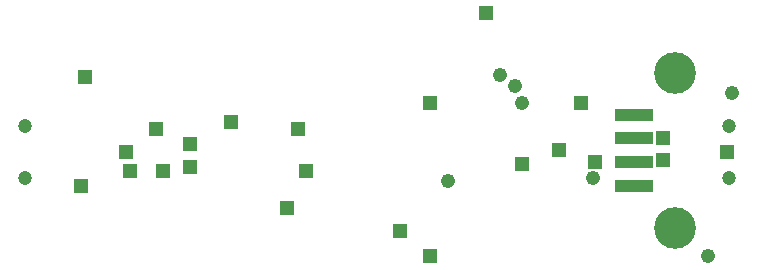
<source format=gbs>
G75*
G70*
%OFA0B0*%
%FSLAX24Y24*%
%IPPOS*%
%LPD*%
%AMOC8*
5,1,8,0,0,1.08239X$1,22.5*
%
%ADD10C,0.0474*%
%ADD11C,0.1390*%
%ADD12R,0.1261X0.0434*%
%ADD13R,0.0476X0.0476*%
%ADD14C,0.0476*%
D10*
X002369Y003238D03*
X002369Y004970D03*
X025831Y004970D03*
X025831Y003238D03*
D11*
X024037Y001581D03*
X024037Y006751D03*
D12*
X022679Y005347D03*
X022679Y004560D03*
X022679Y003772D03*
X022679Y002985D03*
D13*
X004225Y002979D03*
X005850Y003479D03*
X006975Y003479D03*
X007850Y003604D03*
X005725Y004104D03*
X007850Y004354D03*
X006725Y004854D03*
X009225Y005104D03*
X011475Y004854D03*
X011725Y003479D03*
X011100Y002229D03*
X014850Y001479D03*
X015848Y000623D03*
X018919Y003694D03*
X020179Y004166D03*
X021360Y003772D03*
X023643Y003851D03*
X023643Y004560D03*
X025769Y004087D03*
X020887Y005741D03*
X015848Y005741D03*
X017738Y008733D03*
X004352Y006607D03*
D14*
X016478Y003143D03*
X021281Y003221D03*
X018919Y005741D03*
X018683Y006292D03*
X018210Y006686D03*
X025927Y006056D03*
X025139Y000623D03*
M02*

</source>
